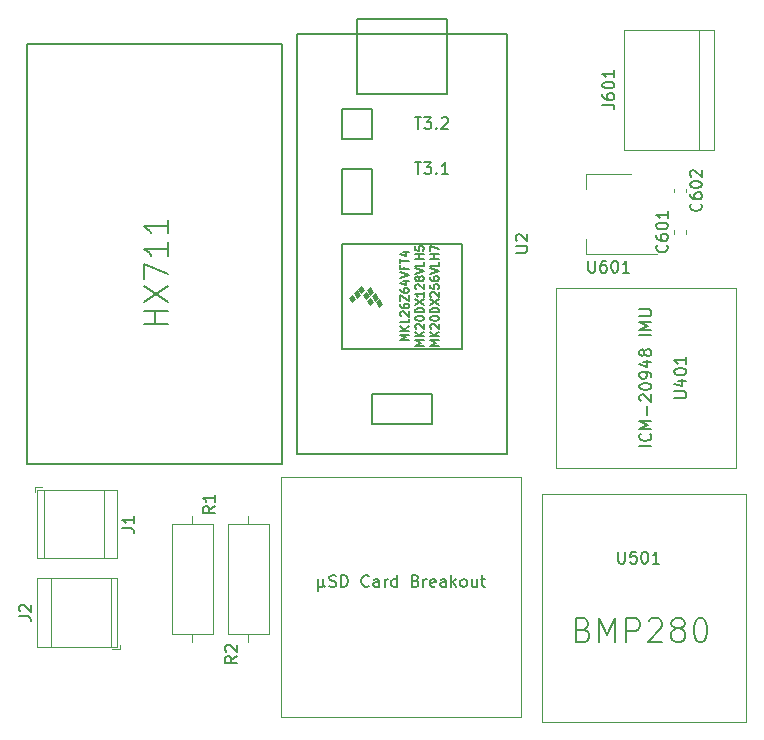
<source format=gbr>
%TF.GenerationSoftware,KiCad,Pcbnew,(5.1.8)-1*%
%TF.CreationDate,2021-03-14T17:59:32-04:00*%
%TF.ProjectId,Artemis Payload Computer,41727465-6d69-4732-9050-61796c6f6164,rev?*%
%TF.SameCoordinates,Original*%
%TF.FileFunction,Legend,Top*%
%TF.FilePolarity,Positive*%
%FSLAX46Y46*%
G04 Gerber Fmt 4.6, Leading zero omitted, Abs format (unit mm)*
G04 Created by KiCad (PCBNEW (5.1.8)-1) date 2021-03-14 17:59:32*
%MOMM*%
%LPD*%
G01*
G04 APERTURE LIST*
%ADD10C,0.120000*%
%ADD11C,0.127000*%
%ADD12C,0.150000*%
%ADD13C,0.100000*%
G04 APERTURE END LIST*
D10*
%TO.C,R2*%
X137780000Y-83020000D02*
X141220000Y-83020000D01*
X141220000Y-83020000D02*
X141220000Y-73780000D01*
X141220000Y-73780000D02*
X137780000Y-73780000D01*
X137780000Y-73780000D02*
X137780000Y-83020000D01*
X139500000Y-83710000D02*
X139500000Y-83020000D01*
X139500000Y-73090000D02*
X139500000Y-73780000D01*
%TO.C,R1*%
X136470000Y-73780000D02*
X133030000Y-73780000D01*
X133030000Y-73780000D02*
X133030000Y-83020000D01*
X133030000Y-83020000D02*
X136470000Y-83020000D01*
X136470000Y-83020000D02*
X136470000Y-73780000D01*
X134750000Y-73090000D02*
X134750000Y-73780000D01*
X134750000Y-83710000D02*
X134750000Y-83020000D01*
%TO.C,U701*%
X162540000Y-90040000D02*
X142220000Y-90040000D01*
X142220000Y-90040000D02*
X142220000Y-69720000D01*
X142220000Y-69720000D02*
X162540000Y-69720000D01*
X162540000Y-69720000D02*
X162540000Y-90040000D01*
D11*
%TO.C,U1*%
X142300000Y-68690000D02*
X120710000Y-68690000D01*
X120710000Y-68690000D02*
X120710000Y-33130000D01*
X120710000Y-33130000D02*
X142300000Y-33130000D01*
X142300000Y-33130000D02*
X142300000Y-68690000D01*
D10*
%TO.C,U401*%
X180770000Y-68970000D02*
X180770000Y-53730000D01*
X180770000Y-53730000D02*
X165530000Y-53730000D01*
X165530000Y-53730000D02*
X165530000Y-68970000D01*
X165530000Y-68970000D02*
X180770000Y-68970000D01*
%TO.C,U601*%
X168090000Y-44090000D02*
X168090000Y-45350000D01*
X168090000Y-50910000D02*
X168090000Y-49650000D01*
X171850000Y-44090000D02*
X168090000Y-44090000D01*
X174100000Y-50910000D02*
X168090000Y-50910000D01*
%TO.C,U501*%
X181600000Y-71225000D02*
X181600000Y-90475000D01*
X181600000Y-90475000D02*
X164360000Y-90475000D01*
X164360000Y-90475000D02*
X164360000Y-71225000D01*
X164360000Y-71225000D02*
X181600000Y-71225000D01*
D12*
%TO.C,U2*%
X148690000Y-32220000D02*
X148690000Y-30950000D01*
X148690000Y-30950000D02*
X156310000Y-30950000D01*
X156310000Y-30950000D02*
X156310000Y-32220000D01*
X147420000Y-43650000D02*
X147420000Y-47460000D01*
X147420000Y-47460000D02*
X149960000Y-47460000D01*
X149960000Y-47460000D02*
X149960000Y-43650000D01*
X149960000Y-43650000D02*
X147420000Y-43650000D01*
X148690000Y-37300000D02*
X156310000Y-37300000D01*
X156310000Y-37300000D02*
X156310000Y-32220000D01*
X148690000Y-37300000D02*
X148690000Y-32220000D01*
X147420000Y-38570000D02*
X147420000Y-41110000D01*
X147420000Y-41110000D02*
X149960000Y-41110000D01*
X149960000Y-41110000D02*
X149960000Y-38570000D01*
X149960000Y-38570000D02*
X147420000Y-38570000D01*
X155040000Y-65240000D02*
X149960000Y-65240000D01*
X149960000Y-65240000D02*
X149960000Y-62700000D01*
X149960000Y-62700000D02*
X155040000Y-62700000D01*
X155040000Y-62700000D02*
X155040000Y-65240000D01*
X147420000Y-58890000D02*
X157580000Y-58890000D01*
X157580000Y-50000000D02*
X147420000Y-50000000D01*
X157580000Y-58890000D02*
X157580000Y-50000000D01*
X147420000Y-58890000D02*
X147420000Y-50000000D01*
X161390000Y-32220000D02*
X161390000Y-67780000D01*
X161390000Y-67780000D02*
X143610000Y-67780000D01*
X143610000Y-67780000D02*
X143610000Y-32220000D01*
X143610000Y-32220000D02*
X161390000Y-32220000D01*
D13*
G36*
X149579000Y-53937000D02*
G01*
X149833000Y-53683000D01*
X150087000Y-54064000D01*
X149833000Y-54318000D01*
X149579000Y-53937000D01*
G37*
X149579000Y-53937000D02*
X149833000Y-53683000D01*
X150087000Y-54064000D01*
X149833000Y-54318000D01*
X149579000Y-53937000D01*
G36*
X149198000Y-54318000D02*
G01*
X149452000Y-54064000D01*
X149706000Y-54445000D01*
X149452000Y-54699000D01*
X149198000Y-54318000D01*
G37*
X149198000Y-54318000D02*
X149452000Y-54064000D01*
X149706000Y-54445000D01*
X149452000Y-54699000D01*
X149198000Y-54318000D01*
G36*
X150341000Y-54953000D02*
G01*
X150595000Y-54699000D01*
X150849000Y-55080000D01*
X150595000Y-55334000D01*
X150341000Y-54953000D01*
G37*
X150341000Y-54953000D02*
X150595000Y-54699000D01*
X150849000Y-55080000D01*
X150595000Y-55334000D01*
X150341000Y-54953000D01*
G36*
X148436000Y-54191000D02*
G01*
X148690000Y-53937000D01*
X148944000Y-54318000D01*
X148690000Y-54572000D01*
X148436000Y-54191000D01*
G37*
X148436000Y-54191000D02*
X148690000Y-53937000D01*
X148944000Y-54318000D01*
X148690000Y-54572000D01*
X148436000Y-54191000D01*
G36*
X149960000Y-54445000D02*
G01*
X150214000Y-54191000D01*
X150468000Y-54572000D01*
X150214000Y-54826000D01*
X149960000Y-54445000D01*
G37*
X149960000Y-54445000D02*
X150214000Y-54191000D01*
X150468000Y-54572000D01*
X150214000Y-54826000D01*
X149960000Y-54445000D01*
G36*
X148055000Y-54572000D02*
G01*
X148309000Y-54318000D01*
X148563000Y-54699000D01*
X148309000Y-54953000D01*
X148055000Y-54572000D01*
G37*
X148055000Y-54572000D02*
X148309000Y-54318000D01*
X148563000Y-54699000D01*
X148309000Y-54953000D01*
X148055000Y-54572000D01*
G36*
X148817000Y-53810000D02*
G01*
X149071000Y-53556000D01*
X149325000Y-53937000D01*
X149071000Y-54191000D01*
X148817000Y-53810000D01*
G37*
X148817000Y-53810000D02*
X149071000Y-53556000D01*
X149325000Y-53937000D01*
X149071000Y-54191000D01*
X148817000Y-53810000D01*
G36*
X149579000Y-54826000D02*
G01*
X149833000Y-54572000D01*
X150087000Y-54953000D01*
X149833000Y-55207000D01*
X149579000Y-54826000D01*
G37*
X149579000Y-54826000D02*
X149833000Y-54572000D01*
X150087000Y-54953000D01*
X149833000Y-55207000D01*
X149579000Y-54826000D01*
D10*
%TO.C,J601*%
X177640000Y-31880000D02*
X177640000Y-42040000D01*
X178910000Y-31880000D02*
X171290000Y-31880000D01*
X171290000Y-31880000D02*
X171290000Y-42040000D01*
X171290000Y-42040000D02*
X178910000Y-42040000D01*
X178910000Y-42040000D02*
X178910000Y-31880000D01*
%TO.C,J2*%
X127850000Y-84120000D02*
X127850000Y-78340000D01*
X122750000Y-84120000D02*
X122750000Y-78340000D01*
X121630000Y-84120000D02*
X121630000Y-78340000D01*
X128370000Y-84120000D02*
X128370000Y-78340000D01*
X121630000Y-84120000D02*
X128370000Y-84120000D01*
X121630000Y-78340000D02*
X128370000Y-78340000D01*
X127970000Y-84360000D02*
X128610000Y-84360000D01*
X128610000Y-84360000D02*
X128610000Y-83960000D01*
%TO.C,J1*%
X122150000Y-70880000D02*
X122150000Y-76660000D01*
X127250000Y-70880000D02*
X127250000Y-76660000D01*
X128370000Y-70880000D02*
X128370000Y-76660000D01*
X121630000Y-70880000D02*
X121630000Y-76660000D01*
X128370000Y-70880000D02*
X121630000Y-70880000D01*
X128370000Y-76660000D02*
X121630000Y-76660000D01*
X122030000Y-70640000D02*
X121390000Y-70640000D01*
X121390000Y-70640000D02*
X121390000Y-71040000D01*
%TO.C,C602*%
X176510000Y-45353733D02*
X176510000Y-45646267D01*
X175490000Y-45353733D02*
X175490000Y-45646267D01*
%TO.C,C601*%
X175490000Y-49146267D02*
X175490000Y-48853733D01*
X176510000Y-49146267D02*
X176510000Y-48853733D01*
%TO.C,R2*%
D12*
X138522380Y-84916666D02*
X138046190Y-85250000D01*
X138522380Y-85488095D02*
X137522380Y-85488095D01*
X137522380Y-85107142D01*
X137570000Y-85011904D01*
X137617619Y-84964285D01*
X137712857Y-84916666D01*
X137855714Y-84916666D01*
X137950952Y-84964285D01*
X137998571Y-85011904D01*
X138046190Y-85107142D01*
X138046190Y-85488095D01*
X137617619Y-84535714D02*
X137570000Y-84488095D01*
X137522380Y-84392857D01*
X137522380Y-84154761D01*
X137570000Y-84059523D01*
X137617619Y-84011904D01*
X137712857Y-83964285D01*
X137808095Y-83964285D01*
X137950952Y-84011904D01*
X138522380Y-84583333D01*
X138522380Y-83964285D01*
%TO.C,R1*%
X136632380Y-72216666D02*
X136156190Y-72550000D01*
X136632380Y-72788095D02*
X135632380Y-72788095D01*
X135632380Y-72407142D01*
X135680000Y-72311904D01*
X135727619Y-72264285D01*
X135822857Y-72216666D01*
X135965714Y-72216666D01*
X136060952Y-72264285D01*
X136108571Y-72311904D01*
X136156190Y-72407142D01*
X136156190Y-72788095D01*
X136632380Y-71264285D02*
X136632380Y-71835714D01*
X136632380Y-71550000D02*
X135632380Y-71550000D01*
X135775238Y-71645238D01*
X135870476Y-71740476D01*
X135918095Y-71835714D01*
%TO.C,U701*%
X145356190Y-78395714D02*
X145356190Y-79395714D01*
X145832380Y-78919523D02*
X145880000Y-79014761D01*
X145975238Y-79062380D01*
X145356190Y-78919523D02*
X145403809Y-79014761D01*
X145499047Y-79062380D01*
X145689523Y-79062380D01*
X145784761Y-79014761D01*
X145832380Y-78919523D01*
X145832380Y-78395714D01*
X146356190Y-79014761D02*
X146499047Y-79062380D01*
X146737142Y-79062380D01*
X146832380Y-79014761D01*
X146880000Y-78967142D01*
X146927619Y-78871904D01*
X146927619Y-78776666D01*
X146880000Y-78681428D01*
X146832380Y-78633809D01*
X146737142Y-78586190D01*
X146546666Y-78538571D01*
X146451428Y-78490952D01*
X146403809Y-78443333D01*
X146356190Y-78348095D01*
X146356190Y-78252857D01*
X146403809Y-78157619D01*
X146451428Y-78110000D01*
X146546666Y-78062380D01*
X146784761Y-78062380D01*
X146927619Y-78110000D01*
X147356190Y-79062380D02*
X147356190Y-78062380D01*
X147594285Y-78062380D01*
X147737142Y-78110000D01*
X147832380Y-78205238D01*
X147880000Y-78300476D01*
X147927619Y-78490952D01*
X147927619Y-78633809D01*
X147880000Y-78824285D01*
X147832380Y-78919523D01*
X147737142Y-79014761D01*
X147594285Y-79062380D01*
X147356190Y-79062380D01*
X149689523Y-78967142D02*
X149641904Y-79014761D01*
X149499047Y-79062380D01*
X149403809Y-79062380D01*
X149260952Y-79014761D01*
X149165714Y-78919523D01*
X149118095Y-78824285D01*
X149070476Y-78633809D01*
X149070476Y-78490952D01*
X149118095Y-78300476D01*
X149165714Y-78205238D01*
X149260952Y-78110000D01*
X149403809Y-78062380D01*
X149499047Y-78062380D01*
X149641904Y-78110000D01*
X149689523Y-78157619D01*
X150546666Y-79062380D02*
X150546666Y-78538571D01*
X150499047Y-78443333D01*
X150403809Y-78395714D01*
X150213333Y-78395714D01*
X150118095Y-78443333D01*
X150546666Y-79014761D02*
X150451428Y-79062380D01*
X150213333Y-79062380D01*
X150118095Y-79014761D01*
X150070476Y-78919523D01*
X150070476Y-78824285D01*
X150118095Y-78729047D01*
X150213333Y-78681428D01*
X150451428Y-78681428D01*
X150546666Y-78633809D01*
X151022857Y-79062380D02*
X151022857Y-78395714D01*
X151022857Y-78586190D02*
X151070476Y-78490952D01*
X151118095Y-78443333D01*
X151213333Y-78395714D01*
X151308571Y-78395714D01*
X152070476Y-79062380D02*
X152070476Y-78062380D01*
X152070476Y-79014761D02*
X151975238Y-79062380D01*
X151784761Y-79062380D01*
X151689523Y-79014761D01*
X151641904Y-78967142D01*
X151594285Y-78871904D01*
X151594285Y-78586190D01*
X151641904Y-78490952D01*
X151689523Y-78443333D01*
X151784761Y-78395714D01*
X151975238Y-78395714D01*
X152070476Y-78443333D01*
X153641904Y-78538571D02*
X153784761Y-78586190D01*
X153832380Y-78633809D01*
X153880000Y-78729047D01*
X153880000Y-78871904D01*
X153832380Y-78967142D01*
X153784761Y-79014761D01*
X153689523Y-79062380D01*
X153308571Y-79062380D01*
X153308571Y-78062380D01*
X153641904Y-78062380D01*
X153737142Y-78110000D01*
X153784761Y-78157619D01*
X153832380Y-78252857D01*
X153832380Y-78348095D01*
X153784761Y-78443333D01*
X153737142Y-78490952D01*
X153641904Y-78538571D01*
X153308571Y-78538571D01*
X154308571Y-79062380D02*
X154308571Y-78395714D01*
X154308571Y-78586190D02*
X154356190Y-78490952D01*
X154403809Y-78443333D01*
X154499047Y-78395714D01*
X154594285Y-78395714D01*
X155308571Y-79014761D02*
X155213333Y-79062380D01*
X155022857Y-79062380D01*
X154927619Y-79014761D01*
X154880000Y-78919523D01*
X154880000Y-78538571D01*
X154927619Y-78443333D01*
X155022857Y-78395714D01*
X155213333Y-78395714D01*
X155308571Y-78443333D01*
X155356190Y-78538571D01*
X155356190Y-78633809D01*
X154880000Y-78729047D01*
X156213333Y-79062380D02*
X156213333Y-78538571D01*
X156165714Y-78443333D01*
X156070476Y-78395714D01*
X155880000Y-78395714D01*
X155784761Y-78443333D01*
X156213333Y-79014761D02*
X156118095Y-79062380D01*
X155880000Y-79062380D01*
X155784761Y-79014761D01*
X155737142Y-78919523D01*
X155737142Y-78824285D01*
X155784761Y-78729047D01*
X155880000Y-78681428D01*
X156118095Y-78681428D01*
X156213333Y-78633809D01*
X156689523Y-79062380D02*
X156689523Y-78062380D01*
X156784761Y-78681428D02*
X157070476Y-79062380D01*
X157070476Y-78395714D02*
X156689523Y-78776666D01*
X157641904Y-79062380D02*
X157546666Y-79014761D01*
X157499047Y-78967142D01*
X157451428Y-78871904D01*
X157451428Y-78586190D01*
X157499047Y-78490952D01*
X157546666Y-78443333D01*
X157641904Y-78395714D01*
X157784761Y-78395714D01*
X157880000Y-78443333D01*
X157927619Y-78490952D01*
X157975238Y-78586190D01*
X157975238Y-78871904D01*
X157927619Y-78967142D01*
X157880000Y-79014761D01*
X157784761Y-79062380D01*
X157641904Y-79062380D01*
X158832380Y-78395714D02*
X158832380Y-79062380D01*
X158403809Y-78395714D02*
X158403809Y-78919523D01*
X158451428Y-79014761D01*
X158546666Y-79062380D01*
X158689523Y-79062380D01*
X158784761Y-79014761D01*
X158832380Y-78967142D01*
X159165714Y-78395714D02*
X159546666Y-78395714D01*
X159308571Y-78062380D02*
X159308571Y-78919523D01*
X159356190Y-79014761D01*
X159451428Y-79062380D01*
X159546666Y-79062380D01*
%TO.C,U1*%
X132654761Y-56830952D02*
X130654761Y-56830952D01*
X131607142Y-56830952D02*
X131607142Y-55688095D01*
X132654761Y-55688095D02*
X130654761Y-55688095D01*
X130654761Y-54926190D02*
X132654761Y-53592857D01*
X130654761Y-53592857D02*
X132654761Y-54926190D01*
X130654761Y-53021428D02*
X130654761Y-51688095D01*
X132654761Y-52545238D01*
X132654761Y-49878571D02*
X132654761Y-51021428D01*
X132654761Y-50450000D02*
X130654761Y-50450000D01*
X130940476Y-50640476D01*
X131130952Y-50830952D01*
X131226190Y-51021428D01*
X132654761Y-47973809D02*
X132654761Y-49116666D01*
X132654761Y-48545238D02*
X130654761Y-48545238D01*
X130940476Y-48735714D01*
X131130952Y-48926190D01*
X131226190Y-49116666D01*
%TO.C,U401*%
X175552380Y-63084285D02*
X176361904Y-63084285D01*
X176457142Y-63036666D01*
X176504761Y-62989047D01*
X176552380Y-62893809D01*
X176552380Y-62703333D01*
X176504761Y-62608095D01*
X176457142Y-62560476D01*
X176361904Y-62512857D01*
X175552380Y-62512857D01*
X175885714Y-61608095D02*
X176552380Y-61608095D01*
X175504761Y-61846190D02*
X176219047Y-62084285D01*
X176219047Y-61465238D01*
X175552380Y-60893809D02*
X175552380Y-60798571D01*
X175600000Y-60703333D01*
X175647619Y-60655714D01*
X175742857Y-60608095D01*
X175933333Y-60560476D01*
X176171428Y-60560476D01*
X176361904Y-60608095D01*
X176457142Y-60655714D01*
X176504761Y-60703333D01*
X176552380Y-60798571D01*
X176552380Y-60893809D01*
X176504761Y-60989047D01*
X176457142Y-61036666D01*
X176361904Y-61084285D01*
X176171428Y-61131904D01*
X175933333Y-61131904D01*
X175742857Y-61084285D01*
X175647619Y-61036666D01*
X175600000Y-60989047D01*
X175552380Y-60893809D01*
X176552380Y-59608095D02*
X176552380Y-60179523D01*
X176552380Y-59893809D02*
X175552380Y-59893809D01*
X175695238Y-59989047D01*
X175790476Y-60084285D01*
X175838095Y-60179523D01*
X173602380Y-67135714D02*
X172602380Y-67135714D01*
X173507142Y-66088095D02*
X173554761Y-66135714D01*
X173602380Y-66278571D01*
X173602380Y-66373809D01*
X173554761Y-66516666D01*
X173459523Y-66611904D01*
X173364285Y-66659523D01*
X173173809Y-66707142D01*
X173030952Y-66707142D01*
X172840476Y-66659523D01*
X172745238Y-66611904D01*
X172650000Y-66516666D01*
X172602380Y-66373809D01*
X172602380Y-66278571D01*
X172650000Y-66135714D01*
X172697619Y-66088095D01*
X173602380Y-65659523D02*
X172602380Y-65659523D01*
X173316666Y-65326190D01*
X172602380Y-64992857D01*
X173602380Y-64992857D01*
X173221428Y-64516666D02*
X173221428Y-63754761D01*
X172697619Y-63326190D02*
X172650000Y-63278571D01*
X172602380Y-63183333D01*
X172602380Y-62945238D01*
X172650000Y-62850000D01*
X172697619Y-62802380D01*
X172792857Y-62754761D01*
X172888095Y-62754761D01*
X173030952Y-62802380D01*
X173602380Y-63373809D01*
X173602380Y-62754761D01*
X172602380Y-62135714D02*
X172602380Y-62040476D01*
X172650000Y-61945238D01*
X172697619Y-61897619D01*
X172792857Y-61850000D01*
X172983333Y-61802380D01*
X173221428Y-61802380D01*
X173411904Y-61850000D01*
X173507142Y-61897619D01*
X173554761Y-61945238D01*
X173602380Y-62040476D01*
X173602380Y-62135714D01*
X173554761Y-62230952D01*
X173507142Y-62278571D01*
X173411904Y-62326190D01*
X173221428Y-62373809D01*
X172983333Y-62373809D01*
X172792857Y-62326190D01*
X172697619Y-62278571D01*
X172650000Y-62230952D01*
X172602380Y-62135714D01*
X173602380Y-61326190D02*
X173602380Y-61135714D01*
X173554761Y-61040476D01*
X173507142Y-60992857D01*
X173364285Y-60897619D01*
X173173809Y-60850000D01*
X172792857Y-60850000D01*
X172697619Y-60897619D01*
X172650000Y-60945238D01*
X172602380Y-61040476D01*
X172602380Y-61230952D01*
X172650000Y-61326190D01*
X172697619Y-61373809D01*
X172792857Y-61421428D01*
X173030952Y-61421428D01*
X173126190Y-61373809D01*
X173173809Y-61326190D01*
X173221428Y-61230952D01*
X173221428Y-61040476D01*
X173173809Y-60945238D01*
X173126190Y-60897619D01*
X173030952Y-60850000D01*
X172935714Y-59992857D02*
X173602380Y-59992857D01*
X172554761Y-60230952D02*
X173269047Y-60469047D01*
X173269047Y-59850000D01*
X173030952Y-59326190D02*
X172983333Y-59421428D01*
X172935714Y-59469047D01*
X172840476Y-59516666D01*
X172792857Y-59516666D01*
X172697619Y-59469047D01*
X172650000Y-59421428D01*
X172602380Y-59326190D01*
X172602380Y-59135714D01*
X172650000Y-59040476D01*
X172697619Y-58992857D01*
X172792857Y-58945238D01*
X172840476Y-58945238D01*
X172935714Y-58992857D01*
X172983333Y-59040476D01*
X173030952Y-59135714D01*
X173030952Y-59326190D01*
X173078571Y-59421428D01*
X173126190Y-59469047D01*
X173221428Y-59516666D01*
X173411904Y-59516666D01*
X173507142Y-59469047D01*
X173554761Y-59421428D01*
X173602380Y-59326190D01*
X173602380Y-59135714D01*
X173554761Y-59040476D01*
X173507142Y-58992857D01*
X173411904Y-58945238D01*
X173221428Y-58945238D01*
X173126190Y-58992857D01*
X173078571Y-59040476D01*
X173030952Y-59135714D01*
X173602380Y-57754761D02*
X172602380Y-57754761D01*
X173602380Y-57278571D02*
X172602380Y-57278571D01*
X173316666Y-56945238D01*
X172602380Y-56611904D01*
X173602380Y-56611904D01*
X172602380Y-56135714D02*
X173411904Y-56135714D01*
X173507142Y-56088095D01*
X173554761Y-56040476D01*
X173602380Y-55945238D01*
X173602380Y-55754761D01*
X173554761Y-55659523D01*
X173507142Y-55611904D01*
X173411904Y-55564285D01*
X172602380Y-55564285D01*
%TO.C,U601*%
X168285714Y-51452380D02*
X168285714Y-52261904D01*
X168333333Y-52357142D01*
X168380952Y-52404761D01*
X168476190Y-52452380D01*
X168666666Y-52452380D01*
X168761904Y-52404761D01*
X168809523Y-52357142D01*
X168857142Y-52261904D01*
X168857142Y-51452380D01*
X169761904Y-51452380D02*
X169571428Y-51452380D01*
X169476190Y-51500000D01*
X169428571Y-51547619D01*
X169333333Y-51690476D01*
X169285714Y-51880952D01*
X169285714Y-52261904D01*
X169333333Y-52357142D01*
X169380952Y-52404761D01*
X169476190Y-52452380D01*
X169666666Y-52452380D01*
X169761904Y-52404761D01*
X169809523Y-52357142D01*
X169857142Y-52261904D01*
X169857142Y-52023809D01*
X169809523Y-51928571D01*
X169761904Y-51880952D01*
X169666666Y-51833333D01*
X169476190Y-51833333D01*
X169380952Y-51880952D01*
X169333333Y-51928571D01*
X169285714Y-52023809D01*
X170476190Y-51452380D02*
X170571428Y-51452380D01*
X170666666Y-51500000D01*
X170714285Y-51547619D01*
X170761904Y-51642857D01*
X170809523Y-51833333D01*
X170809523Y-52071428D01*
X170761904Y-52261904D01*
X170714285Y-52357142D01*
X170666666Y-52404761D01*
X170571428Y-52452380D01*
X170476190Y-52452380D01*
X170380952Y-52404761D01*
X170333333Y-52357142D01*
X170285714Y-52261904D01*
X170238095Y-52071428D01*
X170238095Y-51833333D01*
X170285714Y-51642857D01*
X170333333Y-51547619D01*
X170380952Y-51500000D01*
X170476190Y-51452380D01*
X171761904Y-52452380D02*
X171190476Y-52452380D01*
X171476190Y-52452380D02*
X171476190Y-51452380D01*
X171380952Y-51595238D01*
X171285714Y-51690476D01*
X171190476Y-51738095D01*
%TO.C,U501*%
X170815714Y-76087380D02*
X170815714Y-76896904D01*
X170863333Y-76992142D01*
X170910952Y-77039761D01*
X171006190Y-77087380D01*
X171196666Y-77087380D01*
X171291904Y-77039761D01*
X171339523Y-76992142D01*
X171387142Y-76896904D01*
X171387142Y-76087380D01*
X172339523Y-76087380D02*
X171863333Y-76087380D01*
X171815714Y-76563571D01*
X171863333Y-76515952D01*
X171958571Y-76468333D01*
X172196666Y-76468333D01*
X172291904Y-76515952D01*
X172339523Y-76563571D01*
X172387142Y-76658809D01*
X172387142Y-76896904D01*
X172339523Y-76992142D01*
X172291904Y-77039761D01*
X172196666Y-77087380D01*
X171958571Y-77087380D01*
X171863333Y-77039761D01*
X171815714Y-76992142D01*
X173006190Y-76087380D02*
X173101428Y-76087380D01*
X173196666Y-76135000D01*
X173244285Y-76182619D01*
X173291904Y-76277857D01*
X173339523Y-76468333D01*
X173339523Y-76706428D01*
X173291904Y-76896904D01*
X173244285Y-76992142D01*
X173196666Y-77039761D01*
X173101428Y-77087380D01*
X173006190Y-77087380D01*
X172910952Y-77039761D01*
X172863333Y-76992142D01*
X172815714Y-76896904D01*
X172768095Y-76706428D01*
X172768095Y-76468333D01*
X172815714Y-76277857D01*
X172863333Y-76182619D01*
X172910952Y-76135000D01*
X173006190Y-76087380D01*
X174291904Y-77087380D02*
X173720476Y-77087380D01*
X174006190Y-77087380D02*
X174006190Y-76087380D01*
X173910952Y-76230238D01*
X173815714Y-76325476D01*
X173720476Y-76373095D01*
X167872857Y-82672142D02*
X168158571Y-82767380D01*
X168253809Y-82862619D01*
X168349047Y-83053095D01*
X168349047Y-83338809D01*
X168253809Y-83529285D01*
X168158571Y-83624523D01*
X167968095Y-83719761D01*
X167206190Y-83719761D01*
X167206190Y-81719761D01*
X167872857Y-81719761D01*
X168063333Y-81815000D01*
X168158571Y-81910238D01*
X168253809Y-82100714D01*
X168253809Y-82291190D01*
X168158571Y-82481666D01*
X168063333Y-82576904D01*
X167872857Y-82672142D01*
X167206190Y-82672142D01*
X169206190Y-83719761D02*
X169206190Y-81719761D01*
X169872857Y-83148333D01*
X170539523Y-81719761D01*
X170539523Y-83719761D01*
X171491904Y-83719761D02*
X171491904Y-81719761D01*
X172253809Y-81719761D01*
X172444285Y-81815000D01*
X172539523Y-81910238D01*
X172634761Y-82100714D01*
X172634761Y-82386428D01*
X172539523Y-82576904D01*
X172444285Y-82672142D01*
X172253809Y-82767380D01*
X171491904Y-82767380D01*
X173396666Y-81910238D02*
X173491904Y-81815000D01*
X173682380Y-81719761D01*
X174158571Y-81719761D01*
X174349047Y-81815000D01*
X174444285Y-81910238D01*
X174539523Y-82100714D01*
X174539523Y-82291190D01*
X174444285Y-82576904D01*
X173301428Y-83719761D01*
X174539523Y-83719761D01*
X175682380Y-82576904D02*
X175491904Y-82481666D01*
X175396666Y-82386428D01*
X175301428Y-82195952D01*
X175301428Y-82100714D01*
X175396666Y-81910238D01*
X175491904Y-81815000D01*
X175682380Y-81719761D01*
X176063333Y-81719761D01*
X176253809Y-81815000D01*
X176349047Y-81910238D01*
X176444285Y-82100714D01*
X176444285Y-82195952D01*
X176349047Y-82386428D01*
X176253809Y-82481666D01*
X176063333Y-82576904D01*
X175682380Y-82576904D01*
X175491904Y-82672142D01*
X175396666Y-82767380D01*
X175301428Y-82957857D01*
X175301428Y-83338809D01*
X175396666Y-83529285D01*
X175491904Y-83624523D01*
X175682380Y-83719761D01*
X176063333Y-83719761D01*
X176253809Y-83624523D01*
X176349047Y-83529285D01*
X176444285Y-83338809D01*
X176444285Y-82957857D01*
X176349047Y-82767380D01*
X176253809Y-82672142D01*
X176063333Y-82576904D01*
X177682380Y-81719761D02*
X177872857Y-81719761D01*
X178063333Y-81815000D01*
X178158571Y-81910238D01*
X178253809Y-82100714D01*
X178349047Y-82481666D01*
X178349047Y-82957857D01*
X178253809Y-83338809D01*
X178158571Y-83529285D01*
X178063333Y-83624523D01*
X177872857Y-83719761D01*
X177682380Y-83719761D01*
X177491904Y-83624523D01*
X177396666Y-83529285D01*
X177301428Y-83338809D01*
X177206190Y-82957857D01*
X177206190Y-82481666D01*
X177301428Y-82100714D01*
X177396666Y-81910238D01*
X177491904Y-81815000D01*
X177682380Y-81719761D01*
%TO.C,U2*%
X162112380Y-50761904D02*
X162921904Y-50761904D01*
X163017142Y-50714285D01*
X163064761Y-50666666D01*
X163112380Y-50571428D01*
X163112380Y-50380952D01*
X163064761Y-50285714D01*
X163017142Y-50238095D01*
X162921904Y-50190476D01*
X162112380Y-50190476D01*
X162207619Y-49761904D02*
X162160000Y-49714285D01*
X162112380Y-49619047D01*
X162112380Y-49380952D01*
X162160000Y-49285714D01*
X162207619Y-49238095D01*
X162302857Y-49190476D01*
X162398095Y-49190476D01*
X162540952Y-49238095D01*
X163112380Y-49809523D01*
X163112380Y-49190476D01*
X153563809Y-39292380D02*
X154135238Y-39292380D01*
X153849523Y-40292380D02*
X153849523Y-39292380D01*
X154373333Y-39292380D02*
X154992380Y-39292380D01*
X154659047Y-39673333D01*
X154801904Y-39673333D01*
X154897142Y-39720952D01*
X154944761Y-39768571D01*
X154992380Y-39863809D01*
X154992380Y-40101904D01*
X154944761Y-40197142D01*
X154897142Y-40244761D01*
X154801904Y-40292380D01*
X154516190Y-40292380D01*
X154420952Y-40244761D01*
X154373333Y-40197142D01*
X155420952Y-40197142D02*
X155468571Y-40244761D01*
X155420952Y-40292380D01*
X155373333Y-40244761D01*
X155420952Y-40197142D01*
X155420952Y-40292380D01*
X155849523Y-39387619D02*
X155897142Y-39340000D01*
X155992380Y-39292380D01*
X156230476Y-39292380D01*
X156325714Y-39340000D01*
X156373333Y-39387619D01*
X156420952Y-39482857D01*
X156420952Y-39578095D01*
X156373333Y-39720952D01*
X155801904Y-40292380D01*
X156420952Y-40292380D01*
X153563809Y-43102380D02*
X154135238Y-43102380D01*
X153849523Y-44102380D02*
X153849523Y-43102380D01*
X154373333Y-43102380D02*
X154992380Y-43102380D01*
X154659047Y-43483333D01*
X154801904Y-43483333D01*
X154897142Y-43530952D01*
X154944761Y-43578571D01*
X154992380Y-43673809D01*
X154992380Y-43911904D01*
X154944761Y-44007142D01*
X154897142Y-44054761D01*
X154801904Y-44102380D01*
X154516190Y-44102380D01*
X154420952Y-44054761D01*
X154373333Y-44007142D01*
X155420952Y-44007142D02*
X155468571Y-44054761D01*
X155420952Y-44102380D01*
X155373333Y-44054761D01*
X155420952Y-44007142D01*
X155420952Y-44102380D01*
X156420952Y-44102380D02*
X155849523Y-44102380D01*
X156135238Y-44102380D02*
X156135238Y-43102380D01*
X156040000Y-43245238D01*
X155944761Y-43340476D01*
X155849523Y-43388095D01*
X155610666Y-58661666D02*
X154910666Y-58661666D01*
X155410666Y-58428333D01*
X154910666Y-58195000D01*
X155610666Y-58195000D01*
X155610666Y-57861666D02*
X154910666Y-57861666D01*
X155610666Y-57461666D02*
X155210666Y-57761666D01*
X154910666Y-57461666D02*
X155310666Y-57861666D01*
X154977333Y-57195000D02*
X154944000Y-57161666D01*
X154910666Y-57095000D01*
X154910666Y-56928333D01*
X154944000Y-56861666D01*
X154977333Y-56828333D01*
X155044000Y-56795000D01*
X155110666Y-56795000D01*
X155210666Y-56828333D01*
X155610666Y-57228333D01*
X155610666Y-56795000D01*
X154910666Y-56361666D02*
X154910666Y-56295000D01*
X154944000Y-56228333D01*
X154977333Y-56195000D01*
X155044000Y-56161666D01*
X155177333Y-56128333D01*
X155344000Y-56128333D01*
X155477333Y-56161666D01*
X155544000Y-56195000D01*
X155577333Y-56228333D01*
X155610666Y-56295000D01*
X155610666Y-56361666D01*
X155577333Y-56428333D01*
X155544000Y-56461666D01*
X155477333Y-56495000D01*
X155344000Y-56528333D01*
X155177333Y-56528333D01*
X155044000Y-56495000D01*
X154977333Y-56461666D01*
X154944000Y-56428333D01*
X154910666Y-56361666D01*
X155610666Y-55828333D02*
X154910666Y-55828333D01*
X154910666Y-55661666D01*
X154944000Y-55561666D01*
X155010666Y-55495000D01*
X155077333Y-55461666D01*
X155210666Y-55428333D01*
X155310666Y-55428333D01*
X155444000Y-55461666D01*
X155510666Y-55495000D01*
X155577333Y-55561666D01*
X155610666Y-55661666D01*
X155610666Y-55828333D01*
X154910666Y-55195000D02*
X155610666Y-54728333D01*
X154910666Y-54728333D02*
X155610666Y-55195000D01*
X154977333Y-54495000D02*
X154944000Y-54461666D01*
X154910666Y-54395000D01*
X154910666Y-54228333D01*
X154944000Y-54161666D01*
X154977333Y-54128333D01*
X155044000Y-54095000D01*
X155110666Y-54095000D01*
X155210666Y-54128333D01*
X155610666Y-54528333D01*
X155610666Y-54095000D01*
X154910666Y-53461666D02*
X154910666Y-53795000D01*
X155244000Y-53828333D01*
X155210666Y-53795000D01*
X155177333Y-53728333D01*
X155177333Y-53561666D01*
X155210666Y-53495000D01*
X155244000Y-53461666D01*
X155310666Y-53428333D01*
X155477333Y-53428333D01*
X155544000Y-53461666D01*
X155577333Y-53495000D01*
X155610666Y-53561666D01*
X155610666Y-53728333D01*
X155577333Y-53795000D01*
X155544000Y-53828333D01*
X154910666Y-52828333D02*
X154910666Y-52961666D01*
X154944000Y-53028333D01*
X154977333Y-53061666D01*
X155077333Y-53128333D01*
X155210666Y-53161666D01*
X155477333Y-53161666D01*
X155544000Y-53128333D01*
X155577333Y-53095000D01*
X155610666Y-53028333D01*
X155610666Y-52895000D01*
X155577333Y-52828333D01*
X155544000Y-52795000D01*
X155477333Y-52761666D01*
X155310666Y-52761666D01*
X155244000Y-52795000D01*
X155210666Y-52828333D01*
X155177333Y-52895000D01*
X155177333Y-53028333D01*
X155210666Y-53095000D01*
X155244000Y-53128333D01*
X155310666Y-53161666D01*
X154910666Y-52561666D02*
X155610666Y-52328333D01*
X154910666Y-52095000D01*
X155610666Y-51528333D02*
X155610666Y-51861666D01*
X154910666Y-51861666D01*
X155610666Y-51295000D02*
X154910666Y-51295000D01*
X155244000Y-51295000D02*
X155244000Y-50895000D01*
X155610666Y-50895000D02*
X154910666Y-50895000D01*
X154910666Y-50628333D02*
X154910666Y-50161666D01*
X155610666Y-50461666D01*
X153070666Y-58178333D02*
X152370666Y-58178333D01*
X152870666Y-57945000D01*
X152370666Y-57711666D01*
X153070666Y-57711666D01*
X153070666Y-57378333D02*
X152370666Y-57378333D01*
X153070666Y-56978333D02*
X152670666Y-57278333D01*
X152370666Y-56978333D02*
X152770666Y-57378333D01*
X153070666Y-56345000D02*
X153070666Y-56678333D01*
X152370666Y-56678333D01*
X152437333Y-56145000D02*
X152404000Y-56111666D01*
X152370666Y-56045000D01*
X152370666Y-55878333D01*
X152404000Y-55811666D01*
X152437333Y-55778333D01*
X152504000Y-55745000D01*
X152570666Y-55745000D01*
X152670666Y-55778333D01*
X153070666Y-56178333D01*
X153070666Y-55745000D01*
X152370666Y-55145000D02*
X152370666Y-55278333D01*
X152404000Y-55345000D01*
X152437333Y-55378333D01*
X152537333Y-55445000D01*
X152670666Y-55478333D01*
X152937333Y-55478333D01*
X153004000Y-55445000D01*
X153037333Y-55411666D01*
X153070666Y-55345000D01*
X153070666Y-55211666D01*
X153037333Y-55145000D01*
X153004000Y-55111666D01*
X152937333Y-55078333D01*
X152770666Y-55078333D01*
X152704000Y-55111666D01*
X152670666Y-55145000D01*
X152637333Y-55211666D01*
X152637333Y-55345000D01*
X152670666Y-55411666D01*
X152704000Y-55445000D01*
X152770666Y-55478333D01*
X152370666Y-54845000D02*
X152370666Y-54378333D01*
X153070666Y-54845000D01*
X153070666Y-54378333D01*
X152370666Y-53811666D02*
X152370666Y-53945000D01*
X152404000Y-54011666D01*
X152437333Y-54045000D01*
X152537333Y-54111666D01*
X152670666Y-54145000D01*
X152937333Y-54145000D01*
X153004000Y-54111666D01*
X153037333Y-54078333D01*
X153070666Y-54011666D01*
X153070666Y-53878333D01*
X153037333Y-53811666D01*
X153004000Y-53778333D01*
X152937333Y-53745000D01*
X152770666Y-53745000D01*
X152704000Y-53778333D01*
X152670666Y-53811666D01*
X152637333Y-53878333D01*
X152637333Y-54011666D01*
X152670666Y-54078333D01*
X152704000Y-54111666D01*
X152770666Y-54145000D01*
X152604000Y-53145000D02*
X153070666Y-53145000D01*
X152337333Y-53311666D02*
X152837333Y-53478333D01*
X152837333Y-53045000D01*
X152370666Y-52878333D02*
X153070666Y-52645000D01*
X152370666Y-52411666D01*
X152704000Y-51945000D02*
X152704000Y-52178333D01*
X153070666Y-52178333D02*
X152370666Y-52178333D01*
X152370666Y-51845000D01*
X152370666Y-51678333D02*
X152370666Y-51278333D01*
X153070666Y-51478333D02*
X152370666Y-51478333D01*
X152604000Y-50745000D02*
X153070666Y-50745000D01*
X152337333Y-50911666D02*
X152837333Y-51078333D01*
X152837333Y-50645000D01*
X154340666Y-58661666D02*
X153640666Y-58661666D01*
X154140666Y-58428333D01*
X153640666Y-58195000D01*
X154340666Y-58195000D01*
X154340666Y-57861666D02*
X153640666Y-57861666D01*
X154340666Y-57461666D02*
X153940666Y-57761666D01*
X153640666Y-57461666D02*
X154040666Y-57861666D01*
X153707333Y-57195000D02*
X153674000Y-57161666D01*
X153640666Y-57095000D01*
X153640666Y-56928333D01*
X153674000Y-56861666D01*
X153707333Y-56828333D01*
X153774000Y-56795000D01*
X153840666Y-56795000D01*
X153940666Y-56828333D01*
X154340666Y-57228333D01*
X154340666Y-56795000D01*
X153640666Y-56361666D02*
X153640666Y-56295000D01*
X153674000Y-56228333D01*
X153707333Y-56195000D01*
X153774000Y-56161666D01*
X153907333Y-56128333D01*
X154074000Y-56128333D01*
X154207333Y-56161666D01*
X154274000Y-56195000D01*
X154307333Y-56228333D01*
X154340666Y-56295000D01*
X154340666Y-56361666D01*
X154307333Y-56428333D01*
X154274000Y-56461666D01*
X154207333Y-56495000D01*
X154074000Y-56528333D01*
X153907333Y-56528333D01*
X153774000Y-56495000D01*
X153707333Y-56461666D01*
X153674000Y-56428333D01*
X153640666Y-56361666D01*
X154340666Y-55828333D02*
X153640666Y-55828333D01*
X153640666Y-55661666D01*
X153674000Y-55561666D01*
X153740666Y-55495000D01*
X153807333Y-55461666D01*
X153940666Y-55428333D01*
X154040666Y-55428333D01*
X154174000Y-55461666D01*
X154240666Y-55495000D01*
X154307333Y-55561666D01*
X154340666Y-55661666D01*
X154340666Y-55828333D01*
X153640666Y-55195000D02*
X154340666Y-54728333D01*
X153640666Y-54728333D02*
X154340666Y-55195000D01*
X154340666Y-54095000D02*
X154340666Y-54495000D01*
X154340666Y-54295000D02*
X153640666Y-54295000D01*
X153740666Y-54361666D01*
X153807333Y-54428333D01*
X153840666Y-54495000D01*
X153707333Y-53828333D02*
X153674000Y-53795000D01*
X153640666Y-53728333D01*
X153640666Y-53561666D01*
X153674000Y-53495000D01*
X153707333Y-53461666D01*
X153774000Y-53428333D01*
X153840666Y-53428333D01*
X153940666Y-53461666D01*
X154340666Y-53861666D01*
X154340666Y-53428333D01*
X153940666Y-53028333D02*
X153907333Y-53095000D01*
X153874000Y-53128333D01*
X153807333Y-53161666D01*
X153774000Y-53161666D01*
X153707333Y-53128333D01*
X153674000Y-53095000D01*
X153640666Y-53028333D01*
X153640666Y-52895000D01*
X153674000Y-52828333D01*
X153707333Y-52795000D01*
X153774000Y-52761666D01*
X153807333Y-52761666D01*
X153874000Y-52795000D01*
X153907333Y-52828333D01*
X153940666Y-52895000D01*
X153940666Y-53028333D01*
X153974000Y-53095000D01*
X154007333Y-53128333D01*
X154074000Y-53161666D01*
X154207333Y-53161666D01*
X154274000Y-53128333D01*
X154307333Y-53095000D01*
X154340666Y-53028333D01*
X154340666Y-52895000D01*
X154307333Y-52828333D01*
X154274000Y-52795000D01*
X154207333Y-52761666D01*
X154074000Y-52761666D01*
X154007333Y-52795000D01*
X153974000Y-52828333D01*
X153940666Y-52895000D01*
X153640666Y-52561666D02*
X154340666Y-52328333D01*
X153640666Y-52095000D01*
X154340666Y-51528333D02*
X154340666Y-51861666D01*
X153640666Y-51861666D01*
X154340666Y-51295000D02*
X153640666Y-51295000D01*
X153974000Y-51295000D02*
X153974000Y-50895000D01*
X154340666Y-50895000D02*
X153640666Y-50895000D01*
X153640666Y-50228333D02*
X153640666Y-50561666D01*
X153974000Y-50595000D01*
X153940666Y-50561666D01*
X153907333Y-50495000D01*
X153907333Y-50328333D01*
X153940666Y-50261666D01*
X153974000Y-50228333D01*
X154040666Y-50195000D01*
X154207333Y-50195000D01*
X154274000Y-50228333D01*
X154307333Y-50261666D01*
X154340666Y-50328333D01*
X154340666Y-50495000D01*
X154307333Y-50561666D01*
X154274000Y-50595000D01*
%TO.C,J601*%
X169472380Y-38245714D02*
X170186666Y-38245714D01*
X170329523Y-38293333D01*
X170424761Y-38388571D01*
X170472380Y-38531428D01*
X170472380Y-38626666D01*
X169472380Y-37340952D02*
X169472380Y-37531428D01*
X169520000Y-37626666D01*
X169567619Y-37674285D01*
X169710476Y-37769523D01*
X169900952Y-37817142D01*
X170281904Y-37817142D01*
X170377142Y-37769523D01*
X170424761Y-37721904D01*
X170472380Y-37626666D01*
X170472380Y-37436190D01*
X170424761Y-37340952D01*
X170377142Y-37293333D01*
X170281904Y-37245714D01*
X170043809Y-37245714D01*
X169948571Y-37293333D01*
X169900952Y-37340952D01*
X169853333Y-37436190D01*
X169853333Y-37626666D01*
X169900952Y-37721904D01*
X169948571Y-37769523D01*
X170043809Y-37817142D01*
X169472380Y-36626666D02*
X169472380Y-36531428D01*
X169520000Y-36436190D01*
X169567619Y-36388571D01*
X169662857Y-36340952D01*
X169853333Y-36293333D01*
X170091428Y-36293333D01*
X170281904Y-36340952D01*
X170377142Y-36388571D01*
X170424761Y-36436190D01*
X170472380Y-36531428D01*
X170472380Y-36626666D01*
X170424761Y-36721904D01*
X170377142Y-36769523D01*
X170281904Y-36817142D01*
X170091428Y-36864761D01*
X169853333Y-36864761D01*
X169662857Y-36817142D01*
X169567619Y-36769523D01*
X169520000Y-36721904D01*
X169472380Y-36626666D01*
X170472380Y-35340952D02*
X170472380Y-35912380D01*
X170472380Y-35626666D02*
X169472380Y-35626666D01*
X169615238Y-35721904D01*
X169710476Y-35817142D01*
X169758095Y-35912380D01*
%TO.C,J2*%
X120082380Y-81563333D02*
X120796666Y-81563333D01*
X120939523Y-81610952D01*
X121034761Y-81706190D01*
X121082380Y-81849047D01*
X121082380Y-81944285D01*
X120177619Y-81134761D02*
X120130000Y-81087142D01*
X120082380Y-80991904D01*
X120082380Y-80753809D01*
X120130000Y-80658571D01*
X120177619Y-80610952D01*
X120272857Y-80563333D01*
X120368095Y-80563333D01*
X120510952Y-80610952D01*
X121082380Y-81182380D01*
X121082380Y-80563333D01*
%TO.C,J1*%
X128822380Y-74103333D02*
X129536666Y-74103333D01*
X129679523Y-74150952D01*
X129774761Y-74246190D01*
X129822380Y-74389047D01*
X129822380Y-74484285D01*
X129822380Y-73103333D02*
X129822380Y-73674761D01*
X129822380Y-73389047D02*
X128822380Y-73389047D01*
X128965238Y-73484285D01*
X129060476Y-73579523D01*
X129108095Y-73674761D01*
%TO.C,C602*%
X177787142Y-46619047D02*
X177834761Y-46666666D01*
X177882380Y-46809523D01*
X177882380Y-46904761D01*
X177834761Y-47047619D01*
X177739523Y-47142857D01*
X177644285Y-47190476D01*
X177453809Y-47238095D01*
X177310952Y-47238095D01*
X177120476Y-47190476D01*
X177025238Y-47142857D01*
X176930000Y-47047619D01*
X176882380Y-46904761D01*
X176882380Y-46809523D01*
X176930000Y-46666666D01*
X176977619Y-46619047D01*
X176882380Y-45761904D02*
X176882380Y-45952380D01*
X176930000Y-46047619D01*
X176977619Y-46095238D01*
X177120476Y-46190476D01*
X177310952Y-46238095D01*
X177691904Y-46238095D01*
X177787142Y-46190476D01*
X177834761Y-46142857D01*
X177882380Y-46047619D01*
X177882380Y-45857142D01*
X177834761Y-45761904D01*
X177787142Y-45714285D01*
X177691904Y-45666666D01*
X177453809Y-45666666D01*
X177358571Y-45714285D01*
X177310952Y-45761904D01*
X177263333Y-45857142D01*
X177263333Y-46047619D01*
X177310952Y-46142857D01*
X177358571Y-46190476D01*
X177453809Y-46238095D01*
X176882380Y-45047619D02*
X176882380Y-44952380D01*
X176930000Y-44857142D01*
X176977619Y-44809523D01*
X177072857Y-44761904D01*
X177263333Y-44714285D01*
X177501428Y-44714285D01*
X177691904Y-44761904D01*
X177787142Y-44809523D01*
X177834761Y-44857142D01*
X177882380Y-44952380D01*
X177882380Y-45047619D01*
X177834761Y-45142857D01*
X177787142Y-45190476D01*
X177691904Y-45238095D01*
X177501428Y-45285714D01*
X177263333Y-45285714D01*
X177072857Y-45238095D01*
X176977619Y-45190476D01*
X176930000Y-45142857D01*
X176882380Y-45047619D01*
X176977619Y-44333333D02*
X176930000Y-44285714D01*
X176882380Y-44190476D01*
X176882380Y-43952380D01*
X176930000Y-43857142D01*
X176977619Y-43809523D01*
X177072857Y-43761904D01*
X177168095Y-43761904D01*
X177310952Y-43809523D01*
X177882380Y-44380952D01*
X177882380Y-43761904D01*
%TO.C,C601*%
X174927142Y-50119047D02*
X174974761Y-50166666D01*
X175022380Y-50309523D01*
X175022380Y-50404761D01*
X174974761Y-50547619D01*
X174879523Y-50642857D01*
X174784285Y-50690476D01*
X174593809Y-50738095D01*
X174450952Y-50738095D01*
X174260476Y-50690476D01*
X174165238Y-50642857D01*
X174070000Y-50547619D01*
X174022380Y-50404761D01*
X174022380Y-50309523D01*
X174070000Y-50166666D01*
X174117619Y-50119047D01*
X174022380Y-49261904D02*
X174022380Y-49452380D01*
X174070000Y-49547619D01*
X174117619Y-49595238D01*
X174260476Y-49690476D01*
X174450952Y-49738095D01*
X174831904Y-49738095D01*
X174927142Y-49690476D01*
X174974761Y-49642857D01*
X175022380Y-49547619D01*
X175022380Y-49357142D01*
X174974761Y-49261904D01*
X174927142Y-49214285D01*
X174831904Y-49166666D01*
X174593809Y-49166666D01*
X174498571Y-49214285D01*
X174450952Y-49261904D01*
X174403333Y-49357142D01*
X174403333Y-49547619D01*
X174450952Y-49642857D01*
X174498571Y-49690476D01*
X174593809Y-49738095D01*
X174022380Y-48547619D02*
X174022380Y-48452380D01*
X174070000Y-48357142D01*
X174117619Y-48309523D01*
X174212857Y-48261904D01*
X174403333Y-48214285D01*
X174641428Y-48214285D01*
X174831904Y-48261904D01*
X174927142Y-48309523D01*
X174974761Y-48357142D01*
X175022380Y-48452380D01*
X175022380Y-48547619D01*
X174974761Y-48642857D01*
X174927142Y-48690476D01*
X174831904Y-48738095D01*
X174641428Y-48785714D01*
X174403333Y-48785714D01*
X174212857Y-48738095D01*
X174117619Y-48690476D01*
X174070000Y-48642857D01*
X174022380Y-48547619D01*
X175022380Y-47261904D02*
X175022380Y-47833333D01*
X175022380Y-47547619D02*
X174022380Y-47547619D01*
X174165238Y-47642857D01*
X174260476Y-47738095D01*
X174308095Y-47833333D01*
%TD*%
M02*

</source>
